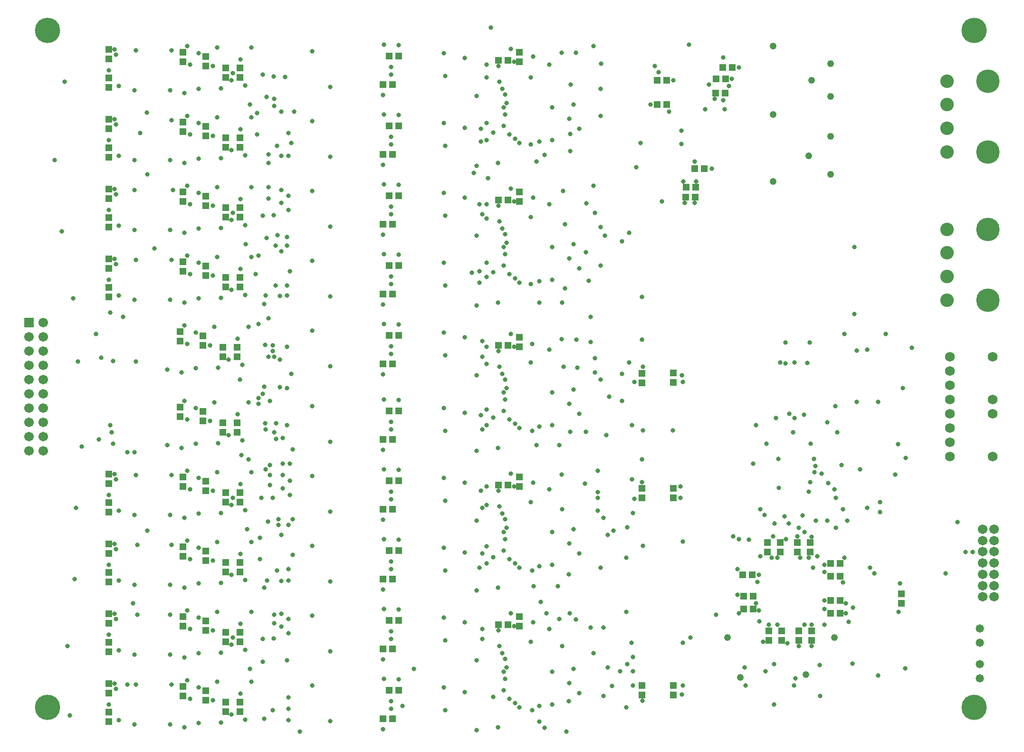
<source format=gbs>
%FSLAX23Y23*%
%MOIN*%
G70*
G01*
G75*
G04 Layer_Color=16711935*
G04 Layer_Color=16711935*
%ADD10C,0.008*%
%ADD11R,0.061X0.016*%
%ADD12R,0.014X0.059*%
%ADD13R,0.091X0.059*%
%ADD14R,0.087X0.079*%
%ADD15R,0.039X0.043*%
%ADD16R,0.043X0.039*%
%ADD17R,0.024X0.087*%
%ADD18R,0.085X0.016*%
%ADD19R,0.016X0.061*%
%ADD20R,0.016X0.085*%
%ADD21R,0.016X0.085*%
%ADD22R,0.073X0.024*%
%ADD23R,0.061X0.012*%
%ADD24R,0.012X0.061*%
%ADD25R,0.024X0.081*%
%ADD26R,0.079X0.087*%
%ADD27R,0.057X0.012*%
%ADD28R,0.081X0.024*%
%ADD29R,0.124X0.136*%
%ADD30R,0.031X0.142*%
%ADD31R,0.012X0.063*%
%ADD32R,0.063X0.012*%
%ADD33R,0.079X0.047*%
%ADD34R,0.087X0.024*%
%ADD35R,0.087X0.024*%
%ADD36O,0.041X0.015*%
%ADD37R,0.041X0.015*%
%ADD38O,0.048X0.017*%
%ADD39R,0.048X0.017*%
%ADD40R,0.015X0.060*%
%ADD41R,0.101X0.062*%
%ADD42R,0.256X0.036*%
%ADD43R,0.078X0.062*%
%ADD44R,0.063X0.071*%
%ADD45C,0.012*%
%ADD46C,0.016*%
%ADD47C,0.010*%
%ADD48C,0.025*%
%ADD49C,0.050*%
%ADD50C,0.059*%
%ADD51C,0.050*%
%ADD52C,0.170*%
%ADD53C,0.087*%
%ADD54C,0.157*%
%ADD55R,0.059X0.059*%
%ADD56C,0.060*%
%ADD57C,0.020*%
%ADD58C,0.025*%
%ADD59C,0.040*%
%ADD60C,0.010*%
%ADD61C,0.008*%
%ADD62C,0.004*%
%ADD63C,0.007*%
%ADD64C,0.004*%
%ADD65R,0.069X0.024*%
%ADD66R,0.022X0.067*%
%ADD67R,0.099X0.067*%
%ADD68R,0.095X0.087*%
%ADD69R,0.047X0.051*%
%ADD70R,0.051X0.047*%
%ADD71R,0.032X0.095*%
%ADD72R,0.093X0.024*%
%ADD73R,0.024X0.069*%
%ADD74R,0.024X0.093*%
%ADD75R,0.024X0.093*%
%ADD76R,0.081X0.032*%
%ADD77R,0.069X0.020*%
%ADD78R,0.020X0.069*%
%ADD79R,0.032X0.089*%
%ADD80R,0.087X0.095*%
%ADD81R,0.065X0.020*%
%ADD82R,0.089X0.032*%
%ADD83R,0.132X0.144*%
%ADD84R,0.039X0.150*%
%ADD85R,0.020X0.071*%
%ADD86R,0.071X0.020*%
%ADD87R,0.087X0.055*%
%ADD88R,0.095X0.032*%
%ADD89R,0.095X0.032*%
%ADD90O,0.049X0.023*%
%ADD91R,0.049X0.023*%
%ADD92O,0.056X0.025*%
%ADD93R,0.056X0.025*%
%ADD94R,0.023X0.068*%
%ADD95R,0.071X0.079*%
%ADD96C,0.067*%
%ADD97C,0.058*%
%ADD98C,0.178*%
%ADD99C,0.095*%
%ADD100C,0.165*%
%ADD101R,0.067X0.067*%
%ADD102C,0.068*%
%ADD103C,0.033*%
%ADD104C,0.048*%
D69*
X6420Y4722D02*
D03*
X6640D02*
D03*
Y4789D02*
D03*
Y3403D02*
D03*
Y3337D02*
D03*
X6420Y3403D02*
D03*
X6640Y5532D02*
D03*
Y5599D02*
D03*
X6420Y5527D02*
D03*
X5560Y6868D02*
D03*
Y6801D02*
D03*
Y5848D02*
D03*
Y5781D02*
D03*
Y4868D02*
D03*
Y4801D02*
D03*
Y3888D02*
D03*
Y3821D02*
D03*
Y7848D02*
D03*
Y7781D02*
D03*
X3480Y5248D02*
D03*
Y5181D02*
D03*
X3180Y5292D02*
D03*
Y5359D02*
D03*
X3340Y5328D02*
D03*
Y5261D02*
D03*
X3580Y5248D02*
D03*
Y5181D02*
D03*
X3480Y5778D02*
D03*
Y5711D02*
D03*
X3180Y5822D02*
D03*
Y5889D02*
D03*
X3340Y5858D02*
D03*
Y5791D02*
D03*
X3580Y5778D02*
D03*
Y5711D02*
D03*
X3500Y3288D02*
D03*
Y3221D02*
D03*
X3200Y3332D02*
D03*
Y3399D02*
D03*
X3360Y3368D02*
D03*
Y3301D02*
D03*
X3600Y3288D02*
D03*
Y3221D02*
D03*
X3500Y4268D02*
D03*
Y4201D02*
D03*
X3200Y4312D02*
D03*
Y4379D02*
D03*
X3360Y4348D02*
D03*
Y4281D02*
D03*
X3600Y4268D02*
D03*
Y4201D02*
D03*
X3500Y3778D02*
D03*
Y3711D02*
D03*
X3200Y3822D02*
D03*
Y3889D02*
D03*
X3360Y3858D02*
D03*
Y3791D02*
D03*
X3600Y3778D02*
D03*
Y3711D02*
D03*
X3500Y4758D02*
D03*
Y4691D02*
D03*
X3200Y4802D02*
D03*
Y4869D02*
D03*
X3360Y4838D02*
D03*
Y4771D02*
D03*
X3600Y4758D02*
D03*
Y4691D02*
D03*
X2680Y3152D02*
D03*
Y3219D02*
D03*
Y3352D02*
D03*
Y3419D02*
D03*
Y4132D02*
D03*
Y4199D02*
D03*
Y4332D02*
D03*
Y4399D02*
D03*
Y3642D02*
D03*
Y3709D02*
D03*
Y3842D02*
D03*
Y3909D02*
D03*
Y4622D02*
D03*
Y4689D02*
D03*
Y4822D02*
D03*
Y4889D02*
D03*
X3500Y6268D02*
D03*
Y6201D02*
D03*
X3200Y6312D02*
D03*
Y6379D02*
D03*
X3360Y6348D02*
D03*
Y6281D02*
D03*
X3600Y6268D02*
D03*
Y6201D02*
D03*
X2680Y6132D02*
D03*
Y6199D02*
D03*
Y6332D02*
D03*
Y6399D02*
D03*
X3500Y6758D02*
D03*
Y6691D02*
D03*
X3200Y6802D02*
D03*
Y6869D02*
D03*
X3360Y6838D02*
D03*
Y6771D02*
D03*
X3600Y6758D02*
D03*
Y6691D02*
D03*
X2680Y6622D02*
D03*
Y6689D02*
D03*
Y6822D02*
D03*
Y6889D02*
D03*
Y7869D02*
D03*
Y7802D02*
D03*
Y7669D02*
D03*
Y7602D02*
D03*
X3360Y7751D02*
D03*
Y7818D02*
D03*
X3200Y7849D02*
D03*
Y7782D02*
D03*
X3500Y7671D02*
D03*
Y7738D02*
D03*
X3600Y7671D02*
D03*
Y7738D02*
D03*
X2680Y7112D02*
D03*
Y7179D02*
D03*
Y7312D02*
D03*
Y7379D02*
D03*
X3500Y7248D02*
D03*
Y7181D02*
D03*
X3200Y7292D02*
D03*
Y7359D02*
D03*
X3360Y7328D02*
D03*
Y7261D02*
D03*
X3600Y7248D02*
D03*
Y7181D02*
D03*
X7310Y3788D02*
D03*
Y3721D02*
D03*
X7610Y3788D02*
D03*
Y3721D02*
D03*
X7600Y4342D02*
D03*
Y4409D02*
D03*
X7300Y4342D02*
D03*
Y4409D02*
D03*
X7520Y3788D02*
D03*
Y3721D02*
D03*
X7390Y4342D02*
D03*
Y4409D02*
D03*
X7510Y4342D02*
D03*
Y4409D02*
D03*
X7400Y3788D02*
D03*
Y3721D02*
D03*
X8240Y4048D02*
D03*
Y3981D02*
D03*
X6420Y5593D02*
D03*
Y4789D02*
D03*
Y3337D02*
D03*
D70*
X6855Y7030D02*
D03*
X6788D02*
D03*
X6795Y6900D02*
D03*
X6728D02*
D03*
X6793Y6830D02*
D03*
X6727D02*
D03*
X7005Y7660D02*
D03*
X6938D02*
D03*
X6937Y7560D02*
D03*
X7003D02*
D03*
X6987Y7740D02*
D03*
X6593Y7650D02*
D03*
X6527D02*
D03*
X6527Y7480D02*
D03*
X6593D02*
D03*
X7053Y7740D02*
D03*
X5412Y6810D02*
D03*
X5479D02*
D03*
X5412Y5790D02*
D03*
X5479D02*
D03*
X5412Y4810D02*
D03*
X5479D02*
D03*
X5412Y3830D02*
D03*
X5479D02*
D03*
X5412Y7790D02*
D03*
X5479D02*
D03*
X4669Y5130D02*
D03*
X4602D02*
D03*
X4713Y5330D02*
D03*
X4647D02*
D03*
X4669Y5660D02*
D03*
X4602D02*
D03*
X4713Y5860D02*
D03*
X4647D02*
D03*
X4669Y3170D02*
D03*
X4602D02*
D03*
X4713Y3370D02*
D03*
X4647D02*
D03*
X4669Y3660D02*
D03*
X4602D02*
D03*
X4713Y3860D02*
D03*
X4647D02*
D03*
X4669Y4640D02*
D03*
X4602D02*
D03*
X4713Y4840D02*
D03*
X4647D02*
D03*
X4669Y4150D02*
D03*
X4602D02*
D03*
X4713Y4350D02*
D03*
X4647D02*
D03*
X4669Y6150D02*
D03*
X4602D02*
D03*
X4713Y6350D02*
D03*
X4647D02*
D03*
X4669Y6640D02*
D03*
X4602D02*
D03*
X4713Y6840D02*
D03*
X4647D02*
D03*
X4669Y7130D02*
D03*
X4602D02*
D03*
X4713Y7330D02*
D03*
X4647D02*
D03*
Y7820D02*
D03*
X4713D02*
D03*
X4602Y7620D02*
D03*
X4669D02*
D03*
X7193Y4180D02*
D03*
X7127D02*
D03*
X7198Y3940D02*
D03*
X7131D02*
D03*
X7742Y3910D02*
D03*
X7809D02*
D03*
X7742Y4260D02*
D03*
X7809D02*
D03*
X7742Y4170D02*
D03*
X7809D02*
D03*
X7198Y4030D02*
D03*
X7131D02*
D03*
X7742Y4000D02*
D03*
X7809D02*
D03*
D96*
X8889Y4028D02*
D03*
X8810D02*
D03*
X8889Y4106D02*
D03*
X8810D02*
D03*
X8889Y4185D02*
D03*
X8810D02*
D03*
X8889Y4264D02*
D03*
X8810D02*
D03*
X8889Y4343D02*
D03*
X8810D02*
D03*
X8889Y4421D02*
D03*
X8810D02*
D03*
X8889Y4500D02*
D03*
X8810D02*
D03*
X2220Y5950D02*
D03*
X2120Y5850D02*
D03*
X2220D02*
D03*
X2120Y5750D02*
D03*
X2220D02*
D03*
X2120Y5650D02*
D03*
X2220D02*
D03*
X2120Y5550D02*
D03*
X2220D02*
D03*
X2120Y5450D02*
D03*
X2220D02*
D03*
X2120Y5350D02*
D03*
X2220D02*
D03*
X2120Y5250D02*
D03*
X2220D02*
D03*
X2120Y5150D02*
D03*
X2220D02*
D03*
X2120Y5050D02*
D03*
X2220D02*
D03*
D97*
X8790Y3455D02*
D03*
Y3555D02*
D03*
Y3805D02*
D03*
Y3705D02*
D03*
D98*
X2250Y8000D02*
D03*
Y3250D02*
D03*
X8750D02*
D03*
Y8000D02*
D03*
D99*
X8560Y7480D02*
D03*
Y7645D02*
D03*
Y7315D02*
D03*
Y7149D02*
D03*
Y6440D02*
D03*
Y6605D02*
D03*
Y6275D02*
D03*
Y6109D02*
D03*
D100*
X8847Y7645D02*
D03*
Y7149D02*
D03*
Y6605D02*
D03*
Y6109D02*
D03*
D101*
X2120Y5950D02*
D03*
D102*
X8580Y5210D02*
D03*
Y5310D02*
D03*
Y5110D02*
D03*
Y5010D02*
D03*
X8880Y5310D02*
D03*
Y5010D02*
D03*
Y5410D02*
D03*
Y5710D02*
D03*
X8580Y5410D02*
D03*
Y5510D02*
D03*
Y5710D02*
D03*
Y5610D02*
D03*
D103*
X5340Y6963D02*
D03*
X6990Y7810D02*
D03*
X6510Y7750D02*
D03*
X6560Y6800D02*
D03*
X6910Y7030D02*
D03*
X6788Y7082D02*
D03*
X6710Y6940D02*
D03*
X6800D02*
D03*
X6790Y6790D02*
D03*
X6720D02*
D03*
X6640Y7650D02*
D03*
X6537Y7707D02*
D03*
X6480Y7480D02*
D03*
X6610Y7430D02*
D03*
X6697Y7203D02*
D03*
Y7297D02*
D03*
X6750Y7900D02*
D03*
X6861Y7449D02*
D03*
X6930Y7520D02*
D03*
X6999Y7449D02*
D03*
X6990Y7510D02*
D03*
X7030Y7610D02*
D03*
X6890Y7620D02*
D03*
X7050Y7660D02*
D03*
X7100Y7740D02*
D03*
X5330Y4260D02*
D03*
Y4380D02*
D03*
Y4670D02*
D03*
Y4800D02*
D03*
Y5230D02*
D03*
Y5340D02*
D03*
Y5660D02*
D03*
Y5780D02*
D03*
Y6270D02*
D03*
Y6370D02*
D03*
Y6680D02*
D03*
Y6780D02*
D03*
Y7230D02*
D03*
Y7350D02*
D03*
Y7670D02*
D03*
Y7760D02*
D03*
X6380Y7040D02*
D03*
X8550Y4190D02*
D03*
X8740Y4340D02*
D03*
X8690D02*
D03*
X8632Y4552D02*
D03*
X6425Y4385D02*
D03*
X6310Y4300D02*
D03*
X6150Y3330D02*
D03*
X6130Y4230D02*
D03*
X6170Y5160D02*
D03*
X5967Y5633D02*
D03*
X6420Y6130D02*
D03*
X6060Y5814D02*
D03*
Y5990D02*
D03*
X5912Y3910D02*
D03*
X5955Y3869D02*
D03*
X5650Y3230D02*
D03*
X5737Y3107D02*
D03*
X5700Y3150D02*
D03*
X5905Y3295D02*
D03*
X5790Y3500D02*
D03*
X5750Y3910D02*
D03*
X5840Y3870D02*
D03*
X5657Y3847D02*
D03*
X5648Y4212D02*
D03*
X5790Y4480D02*
D03*
X5905Y4185D02*
D03*
X5660Y4100D02*
D03*
X5830D02*
D03*
X6110Y4910D02*
D03*
Y4760D02*
D03*
X6020Y4820D02*
D03*
X5855Y4885D02*
D03*
X5657Y4827D02*
D03*
X5680Y5090D02*
D03*
X5840D02*
D03*
X6025Y5185D02*
D03*
X5915D02*
D03*
X5648Y5192D02*
D03*
X5790Y5460D02*
D03*
X5960Y5830D02*
D03*
X5855Y5835D02*
D03*
X5650Y5800D02*
D03*
X5790Y6480D02*
D03*
X5860Y6090D02*
D03*
X5640Y6220D02*
D03*
X5700Y6090D02*
D03*
X5880Y6190D02*
D03*
X6045Y6245D02*
D03*
X6027Y6443D02*
D03*
X5657Y6827D02*
D03*
X5865Y6875D02*
D03*
X6080Y6910D02*
D03*
X6030Y6787D02*
D03*
X5225Y6300D02*
D03*
X6090Y5700D02*
D03*
X6330Y6580D02*
D03*
X6090Y6720D02*
D03*
X6330Y5670D02*
D03*
X6350Y5230D02*
D03*
Y4850D02*
D03*
X6150Y3810D02*
D03*
X6310Y3920D02*
D03*
X6110Y4720D02*
D03*
X6130Y7590D02*
D03*
Y7400D02*
D03*
Y6620D02*
D03*
Y6350D02*
D03*
X6090Y5600D02*
D03*
X6190Y5430D02*
D03*
X6110Y4630D02*
D03*
X6180Y4460D02*
D03*
X6080Y3630D02*
D03*
X6180Y3530D02*
D03*
X6280Y6520D02*
D03*
X6160Y6560D02*
D03*
X6280Y5590D02*
D03*
X6130Y5550D02*
D03*
X6280Y5400D02*
D03*
X6220Y4490D02*
D03*
X6150Y4580D02*
D03*
X6315Y4515D02*
D03*
X3940Y3240D02*
D03*
Y3160D02*
D03*
X4020Y3080D02*
D03*
X5890D02*
D03*
X6210Y3400D02*
D03*
X6265Y3505D02*
D03*
X6355Y3605D02*
D03*
X6060Y3810D02*
D03*
X6315Y3555D02*
D03*
X6355Y3505D02*
D03*
X3870Y4530D02*
D03*
X3940D02*
D03*
Y4220D02*
D03*
Y4140D02*
D03*
Y3870D02*
D03*
X3940Y3770D02*
D03*
X3890Y7430D02*
D03*
Y7120D02*
D03*
Y6880D02*
D03*
X3888Y6792D02*
D03*
X3890Y6450D02*
D03*
X3878Y6138D02*
D03*
X3880Y5690D02*
D03*
X3878Y5498D02*
D03*
X3900Y5140D02*
D03*
Y4960D02*
D03*
Y4880D02*
D03*
X3898Y4788D02*
D03*
X3890Y4460D02*
D03*
X3888Y4138D02*
D03*
Y3908D02*
D03*
Y3818D02*
D03*
X3120Y3410D02*
D03*
X2870D02*
D03*
X2880Y3900D02*
D03*
X3110D02*
D03*
X6700Y3340D02*
D03*
X6705Y3405D02*
D03*
X6355D02*
D03*
X6345Y3705D02*
D03*
X6705D02*
D03*
Y4415D02*
D03*
X6355Y4615D02*
D03*
X6365Y4715D02*
D03*
X6690Y4800D02*
D03*
Y4720D02*
D03*
X6425Y5195D02*
D03*
X6635D02*
D03*
X6700Y5580D02*
D03*
X6705Y5535D02*
D03*
X6365D02*
D03*
X5521Y6801D02*
D03*
X5460Y6570D02*
D03*
X5470Y6510D02*
D03*
X5460Y6430D02*
D03*
X5450Y6350D02*
D03*
X5640Y6690D02*
D03*
X5940Y6500D02*
D03*
X5909Y6401D02*
D03*
X5790Y6250D02*
D03*
X5698Y6242D02*
D03*
X5530Y6260D02*
D03*
X5412Y6772D02*
D03*
X5500Y6890D02*
D03*
X5410Y6090D02*
D03*
X5560Y6230D02*
D03*
X5980Y6330D02*
D03*
X5770Y6780D02*
D03*
X5420Y6660D02*
D03*
X5440Y6610D02*
D03*
X5450Y6480D02*
D03*
X5490Y6290D02*
D03*
X5377Y6303D02*
D03*
X5521Y5781D02*
D03*
X5460Y5550D02*
D03*
X5470Y5490D02*
D03*
X5460Y5410D02*
D03*
X5450Y5330D02*
D03*
X5640Y5670D02*
D03*
X5940Y5480D02*
D03*
X5909Y5381D02*
D03*
X5790Y5230D02*
D03*
X5698Y5222D02*
D03*
X5530Y5240D02*
D03*
X5412Y5752D02*
D03*
X5500Y5870D02*
D03*
X5410Y5070D02*
D03*
X5560Y5210D02*
D03*
X5980Y5310D02*
D03*
X5770Y5760D02*
D03*
X5420Y5640D02*
D03*
X5440Y5590D02*
D03*
X5450Y5460D02*
D03*
X5490Y5270D02*
D03*
X5377Y5283D02*
D03*
X5521Y4801D02*
D03*
X5460Y4570D02*
D03*
X5470Y4510D02*
D03*
X5460Y4430D02*
D03*
X5450Y4350D02*
D03*
X5640Y4690D02*
D03*
X5940Y4500D02*
D03*
X5909Y4401D02*
D03*
X5790Y4250D02*
D03*
X5698Y4242D02*
D03*
X5530Y4260D02*
D03*
X5412Y4772D02*
D03*
X5500Y4890D02*
D03*
X5410Y4090D02*
D03*
X5560Y4230D02*
D03*
X5980Y4330D02*
D03*
X5770Y4780D02*
D03*
X5420Y4660D02*
D03*
X5440Y4610D02*
D03*
X5450Y4480D02*
D03*
X5490Y4290D02*
D03*
X5377Y4303D02*
D03*
X5521Y3821D02*
D03*
X5460Y3590D02*
D03*
X5470Y3530D02*
D03*
X5460Y3450D02*
D03*
X5450Y3370D02*
D03*
X5640Y3710D02*
D03*
X5940Y3520D02*
D03*
X5909Y3421D02*
D03*
X5790Y3270D02*
D03*
X5698Y3262D02*
D03*
X5530Y3280D02*
D03*
X5412Y3792D02*
D03*
X5500Y3910D02*
D03*
X5410Y3110D02*
D03*
X5560Y3250D02*
D03*
X5980Y3350D02*
D03*
X5770Y3800D02*
D03*
X5420Y3680D02*
D03*
X5440Y3630D02*
D03*
X5450Y3500D02*
D03*
X5490Y3310D02*
D03*
X5377Y3323D02*
D03*
Y7283D02*
D03*
X5490Y7270D02*
D03*
X5420Y7640D02*
D03*
X5790Y7230D02*
D03*
X5640Y7670D02*
D03*
X5770Y7760D02*
D03*
X5500Y7870D02*
D03*
X5940Y7480D02*
D03*
X5909Y7381D02*
D03*
X5980Y7310D02*
D03*
X5698Y7222D02*
D03*
X5440Y7590D02*
D03*
X5450Y7460D02*
D03*
X5560Y7210D02*
D03*
X5410Y7070D02*
D03*
X5521Y7781D02*
D03*
X5412Y7752D02*
D03*
X5460Y7550D02*
D03*
X5470Y7490D02*
D03*
X5460Y7410D02*
D03*
X5450Y7330D02*
D03*
X5530Y7240D02*
D03*
X3610Y5020D02*
D03*
X3776Y5246D02*
D03*
X3600Y5550D02*
D03*
X3776Y5796D02*
D03*
X2450Y4650D02*
D03*
X2440Y4150D02*
D03*
X2390Y3680D02*
D03*
X2405Y3195D02*
D03*
X4660Y5255D02*
D03*
X4713Y5407D02*
D03*
X4610Y5410D02*
D03*
X4660Y5200D02*
D03*
X4602Y5058D02*
D03*
X5260Y5050D02*
D03*
X5177Y5317D02*
D03*
X5040Y5190D02*
D03*
X5030Y5350D02*
D03*
X4107Y5363D02*
D03*
X4233Y5113D02*
D03*
X4660Y5785D02*
D03*
X4713Y5937D02*
D03*
X4610Y5940D02*
D03*
X4660Y5730D02*
D03*
X4602Y5588D02*
D03*
X5260Y5580D02*
D03*
X5177Y5847D02*
D03*
X5040Y5720D02*
D03*
X5030Y5880D02*
D03*
X4107Y5893D02*
D03*
X4233Y5643D02*
D03*
X3210Y5400D02*
D03*
X3290Y5100D02*
D03*
X3190Y5070D02*
D03*
X3389Y5261D02*
D03*
X3520Y5160D02*
D03*
X3583Y5307D02*
D03*
X3230Y5270D02*
D03*
X3290Y5350D02*
D03*
X3090Y5090D02*
D03*
X3615Y5125D02*
D03*
X3446Y5104D02*
D03*
X3660Y5390D02*
D03*
X3420D02*
D03*
X3210Y5930D02*
D03*
X3290Y5630D02*
D03*
X3190Y5600D02*
D03*
X3389Y5791D02*
D03*
X3520Y5690D02*
D03*
X3583Y5837D02*
D03*
X3230Y5800D02*
D03*
X3290Y5880D02*
D03*
X3090Y5620D02*
D03*
X3615Y5655D02*
D03*
X3446Y5634D02*
D03*
X3660Y5920D02*
D03*
X3420D02*
D03*
X3790Y4140D02*
D03*
X3860Y4210D02*
D03*
X3670Y3520D02*
D03*
X3760Y3570D02*
D03*
X3770Y3170D02*
D03*
X3830Y3230D02*
D03*
X3650Y4500D02*
D03*
X3796Y4554D02*
D03*
X4602Y3098D02*
D03*
X4660Y3240D02*
D03*
X4660Y3295D02*
D03*
X4713Y3447D02*
D03*
X4610Y3450D02*
D03*
X5260Y3090D02*
D03*
X5177Y3357D02*
D03*
X5040Y3230D02*
D03*
X5030Y3390D02*
D03*
X4107Y3403D02*
D03*
X4233Y3153D02*
D03*
X4602Y3588D02*
D03*
X4660Y3730D02*
D03*
X4660Y3785D02*
D03*
X4713Y3937D02*
D03*
X4610Y3940D02*
D03*
X5260Y3580D02*
D03*
X5177Y3847D02*
D03*
X5040Y3720D02*
D03*
X5030Y3880D02*
D03*
X4107Y3893D02*
D03*
X4233Y3643D02*
D03*
X4602Y4568D02*
D03*
X4660Y4710D02*
D03*
X4660Y4765D02*
D03*
X4713Y4917D02*
D03*
X4610Y4920D02*
D03*
X5260Y4560D02*
D03*
X5177Y4827D02*
D03*
X5040Y4700D02*
D03*
X5030Y4860D02*
D03*
X4107Y4873D02*
D03*
X4233Y4623D02*
D03*
X4602Y4078D02*
D03*
X4660Y4220D02*
D03*
X4660Y4275D02*
D03*
X4713Y4427D02*
D03*
X4610Y4430D02*
D03*
X5260Y4070D02*
D03*
X5177Y4337D02*
D03*
X5040Y4210D02*
D03*
X5030Y4370D02*
D03*
X4107Y4383D02*
D03*
X4233Y4133D02*
D03*
X3230Y3440D02*
D03*
X3310Y3140D02*
D03*
X3210Y3110D02*
D03*
X3409Y3301D02*
D03*
X3540Y3200D02*
D03*
X3603Y3347D02*
D03*
X3250Y3310D02*
D03*
X3310Y3390D02*
D03*
X3110Y3130D02*
D03*
X3635Y3165D02*
D03*
X3466Y3144D02*
D03*
X3680Y3430D02*
D03*
X3440D02*
D03*
X3230Y4420D02*
D03*
X3310Y4120D02*
D03*
X3210Y4090D02*
D03*
X3409Y4281D02*
D03*
X3540Y4180D02*
D03*
X3603Y4327D02*
D03*
X3250Y4290D02*
D03*
X3310Y4370D02*
D03*
X3110Y4110D02*
D03*
X3635Y4145D02*
D03*
X3466Y4124D02*
D03*
X3680Y4410D02*
D03*
X3440D02*
D03*
X3230Y3930D02*
D03*
X3409Y3791D02*
D03*
X3310Y3630D02*
D03*
X3210Y3600D02*
D03*
X3550Y3740D02*
D03*
X3540Y3690D02*
D03*
X3603Y3837D02*
D03*
X3250Y3800D02*
D03*
X3310Y3880D02*
D03*
X3110Y3620D02*
D03*
X3635Y3655D02*
D03*
X3466Y3634D02*
D03*
X3680Y3920D02*
D03*
X3440D02*
D03*
X3230Y4910D02*
D03*
X3409Y4771D02*
D03*
X3310Y4610D02*
D03*
X3210Y4580D02*
D03*
X3550Y4720D02*
D03*
X3540Y4670D02*
D03*
X3603Y4817D02*
D03*
X3250Y4780D02*
D03*
X3310Y4860D02*
D03*
X3110Y4600D02*
D03*
X3635Y4635D02*
D03*
X3466Y4614D02*
D03*
X3680Y4900D02*
D03*
X3440D02*
D03*
X2719Y3419D02*
D03*
X2730Y3380D02*
D03*
X2680Y3270D02*
D03*
X2750Y3160D02*
D03*
X2860Y3130D02*
D03*
X2719Y4399D02*
D03*
X2730Y4360D02*
D03*
X2680Y4250D02*
D03*
X2750Y4140D02*
D03*
X2860Y4110D02*
D03*
X2719Y3909D02*
D03*
X2730Y3870D02*
D03*
X2680Y3760D02*
D03*
X2750Y3650D02*
D03*
X2860Y3620D02*
D03*
X2719Y4889D02*
D03*
X2730Y4850D02*
D03*
X2680Y4740D02*
D03*
X2750Y4630D02*
D03*
X2860Y4600D02*
D03*
X2430Y6120D02*
D03*
X2350Y6590D02*
D03*
X3780Y6140D02*
D03*
X3850Y6210D02*
D03*
X3640Y6500D02*
D03*
X3786Y6546D02*
D03*
X4660Y6275D02*
D03*
X4713Y6427D02*
D03*
X4610Y6430D02*
D03*
X4660Y6220D02*
D03*
X4602Y6078D02*
D03*
X5260Y6070D02*
D03*
X5040Y6210D02*
D03*
X5030Y6370D02*
D03*
X4107Y6383D02*
D03*
X4233Y6133D02*
D03*
X4602Y6568D02*
D03*
X4660Y6710D02*
D03*
X4660Y6765D02*
D03*
X4713Y6917D02*
D03*
X4610Y6920D02*
D03*
X5260Y6560D02*
D03*
X5177Y6827D02*
D03*
X5040Y6700D02*
D03*
X5030Y6860D02*
D03*
X4107Y6873D02*
D03*
X4233Y6623D02*
D03*
X3230Y6420D02*
D03*
X3310Y6120D02*
D03*
X3210Y6090D02*
D03*
X3409Y6281D02*
D03*
X3540Y6180D02*
D03*
X3603Y6327D02*
D03*
X3250Y6290D02*
D03*
X3310Y6370D02*
D03*
X3110Y6110D02*
D03*
X3635Y6145D02*
D03*
X3466Y6124D02*
D03*
X3680Y6410D02*
D03*
X3440D02*
D03*
X2719Y6399D02*
D03*
X2730Y6360D02*
D03*
X2680Y6250D02*
D03*
X2750Y6140D02*
D03*
X2860Y6110D02*
D03*
X3230Y6910D02*
D03*
X3409Y6771D02*
D03*
X3310Y6610D02*
D03*
X3210Y6580D02*
D03*
X3550Y6720D02*
D03*
X3540Y6670D02*
D03*
X3603Y6817D02*
D03*
X3250Y6780D02*
D03*
X3310Y6860D02*
D03*
X3110Y6600D02*
D03*
X3635Y6635D02*
D03*
X3466Y6614D02*
D03*
X3680Y6900D02*
D03*
X3440D02*
D03*
X2719Y6889D02*
D03*
X2730Y6850D02*
D03*
X2680Y6740D02*
D03*
X2750Y6630D02*
D03*
X2860Y6600D02*
D03*
X2300Y7090D02*
D03*
X3800Y7130D02*
D03*
X3860Y7190D02*
D03*
X3440Y7390D02*
D03*
X3670Y7480D02*
D03*
X3786Y7536D02*
D03*
X4602Y7058D02*
D03*
X4660Y7200D02*
D03*
X4660Y7255D02*
D03*
X4713Y7407D02*
D03*
X4610Y7410D02*
D03*
X5260Y7050D02*
D03*
X5177Y7317D02*
D03*
X5040Y7190D02*
D03*
X5030Y7350D02*
D03*
X4107Y7363D02*
D03*
X4233Y7113D02*
D03*
X3635Y7615D02*
D03*
X2370Y7640D02*
D03*
X4660Y7690D02*
D03*
X4602Y7548D02*
D03*
X4660Y7745D02*
D03*
X4713Y7897D02*
D03*
X4610Y7900D02*
D03*
X4107Y7853D02*
D03*
X3440Y7880D02*
D03*
X3680D02*
D03*
X3603Y7797D02*
D03*
X3550Y7700D02*
D03*
X3540Y7650D02*
D03*
X3210Y7560D02*
D03*
X3310Y7590D02*
D03*
X3466Y7594D02*
D03*
X3310Y7840D02*
D03*
X3409Y7751D02*
D03*
X3230Y7890D02*
D03*
X3250Y7760D02*
D03*
X3120Y7860D02*
D03*
X2870D02*
D03*
X3110Y7580D02*
D03*
X2860D02*
D03*
X2750Y7610D02*
D03*
X2730Y7830D02*
D03*
X2719Y7869D02*
D03*
X2680Y7720D02*
D03*
X5040Y7680D02*
D03*
X5260Y7540D02*
D03*
X5030Y7840D02*
D03*
X4233Y7603D02*
D03*
X5177Y7807D02*
D03*
X2730Y7340D02*
D03*
X2680Y7230D02*
D03*
X2750Y7120D02*
D03*
X2860Y7090D02*
D03*
X2719Y7379D02*
D03*
X3310Y7100D02*
D03*
X3210Y7070D02*
D03*
X3466Y7104D02*
D03*
X3540Y7160D02*
D03*
X3603Y7307D02*
D03*
X3250Y7270D02*
D03*
X3310Y7350D02*
D03*
X3110Y7090D02*
D03*
X3635Y7125D02*
D03*
X3680Y7390D02*
D03*
X3409Y7261D02*
D03*
X3230Y7400D02*
D03*
X7250Y4310D02*
D03*
X7330Y4300D02*
D03*
X7370D02*
D03*
X7430Y4430D02*
D03*
X7530Y4300D02*
D03*
X7590D02*
D03*
X7608Y4448D02*
D03*
X7510Y4450D02*
D03*
X7610Y3830D02*
D03*
X7608Y3682D02*
D03*
X7560Y3830D02*
D03*
X7520Y3680D02*
D03*
X7700Y3830D02*
D03*
X7850Y3910D02*
D03*
X7700Y3940D02*
D03*
Y4000D02*
D03*
X7850Y3980D02*
D03*
X7829Y4129D02*
D03*
X7700Y4200D02*
D03*
Y4250D02*
D03*
X7840Y4300D02*
D03*
X7090Y4220D02*
D03*
X7240Y4180D02*
D03*
X7230Y4130D02*
D03*
X7090Y4040D02*
D03*
X7220Y3980D02*
D03*
X7240Y3930D02*
D03*
X7100Y3910D02*
D03*
X7310Y3830D02*
D03*
X7270Y3710D02*
D03*
X7440Y3700D02*
D03*
X7370Y3830D02*
D03*
X7340Y4450D02*
D03*
X8230Y4120D02*
D03*
X8220Y3920D02*
D03*
X7870Y3850D02*
D03*
X7667Y3547D02*
D03*
X7898Y3952D02*
D03*
X7897Y3557D02*
D03*
X8075Y3475D02*
D03*
X8265Y3525D02*
D03*
X7830Y4640D02*
D03*
X7380Y4790D02*
D03*
X7375Y4995D02*
D03*
X7634Y4944D02*
D03*
X7820Y4950D02*
D03*
X7625Y4995D02*
D03*
X7680Y4890D02*
D03*
X7727Y4823D02*
D03*
X7630Y4900D02*
D03*
X7770Y4780D02*
D03*
X7600Y4830D02*
D03*
X7720Y4560D02*
D03*
X7640D02*
D03*
X7780Y4510D02*
D03*
X7520D02*
D03*
X7168Y4428D02*
D03*
X7860Y4560D02*
D03*
X7100Y4430D02*
D03*
X7060Y4450D02*
D03*
X7620Y4230D02*
D03*
X7243Y3853D02*
D03*
X7200Y4960D02*
D03*
X6940Y3900D02*
D03*
X7485Y3405D02*
D03*
X7145D02*
D03*
X7495Y3455D02*
D03*
X7345Y3555D02*
D03*
X7285Y3505D02*
D03*
X7140Y3530D02*
D03*
X8075Y5395D02*
D03*
X8000Y5760D02*
D03*
X7925Y5755D02*
D03*
Y5395D02*
D03*
X8313Y5773D02*
D03*
X8130Y5870D02*
D03*
X7840D02*
D03*
X8250Y5490D02*
D03*
X8217Y5097D02*
D03*
X7777Y5363D02*
D03*
X8270Y5000D02*
D03*
X8197Y4883D02*
D03*
X8090Y4690D02*
D03*
X7560Y4480D02*
D03*
X7650Y4310D02*
D03*
X8090Y4620D02*
D03*
X7554Y5304D02*
D03*
X7490Y5280D02*
D03*
X7601Y5101D02*
D03*
X7790Y5180D02*
D03*
X7719Y5251D02*
D03*
X7451Y5311D02*
D03*
X7360Y5280D02*
D03*
X7480Y5180D02*
D03*
X7291Y5101D02*
D03*
X7220Y5230D02*
D03*
X7250Y4640D02*
D03*
X7350Y4540D02*
D03*
X7450D02*
D03*
X7547Y4597D02*
D03*
X7420Y4590D02*
D03*
X7278Y4600D02*
D03*
X7579Y5669D02*
D03*
X7490Y5670D02*
D03*
X7426Y5666D02*
D03*
X7390Y5670D02*
D03*
X3950Y4740D02*
D03*
X3950Y4840D02*
D03*
Y4960D02*
D03*
X3840Y5180D02*
D03*
X3930Y5490D02*
D03*
Y6140D02*
D03*
X3930Y6210D02*
D03*
Y6490D02*
D03*
X3850D02*
D03*
X3940Y6740D02*
D03*
X3940Y6840D02*
D03*
Y7120D02*
D03*
X3960Y7210D02*
D03*
X3980Y7430D02*
D03*
X3840Y7470D02*
D03*
Y3840D02*
D03*
Y3900D02*
D03*
X3770Y4090D02*
D03*
X3740Y4290D02*
D03*
Y4440D02*
D03*
X3870Y4570D02*
D03*
X3810Y4810D02*
D03*
Y4880D02*
D03*
Y4950D02*
D03*
X3853Y5243D02*
D03*
X3770Y5500D02*
D03*
X3830Y5790D02*
D03*
X3770Y6080D02*
D03*
X3710Y6290D02*
D03*
X3730Y6420D02*
D03*
X3863Y6563D02*
D03*
X3800Y6820D02*
D03*
Y6900D02*
D03*
Y7070D02*
D03*
X3720Y7270D02*
D03*
Y7420D02*
D03*
X3840Y7520D02*
D03*
X3837Y7677D02*
D03*
X3760Y7690D02*
D03*
X3914Y7676D02*
D03*
X3940Y7280D02*
D03*
X3930Y6550D02*
D03*
X3760Y6700D02*
D03*
X3837Y6703D02*
D03*
X3950Y6310D02*
D03*
X3930Y5780D02*
D03*
X3730Y5940D02*
D03*
X3800Y5980D02*
D03*
X3960Y5590D02*
D03*
X3930Y5230D02*
D03*
X3730Y5380D02*
D03*
X3810Y5400D02*
D03*
X3969Y5061D02*
D03*
X3970Y4570D02*
D03*
X3750Y4720D02*
D03*
X3830D02*
D03*
X3970Y4320D02*
D03*
X3930Y3580D02*
D03*
X3837Y3733D02*
D03*
X3760Y3730D02*
D03*
X3940Y3320D02*
D03*
X3853Y5133D02*
D03*
X3780Y4920D02*
D03*
X2900Y7280D02*
D03*
X2950Y6990D02*
D03*
X2780Y5990D02*
D03*
X3000Y6470D02*
D03*
X2690Y6020D02*
D03*
X2590Y5870D02*
D03*
X2869Y5679D02*
D03*
X2710Y5680D02*
D03*
X2626Y5704D02*
D03*
X2461Y5679D02*
D03*
X2860Y6880D02*
D03*
X3130D02*
D03*
X3120Y7370D02*
D03*
X2945Y7425D02*
D03*
X3120Y6390D02*
D03*
X2870D02*
D03*
X3120Y4880D02*
D03*
X2870D02*
D03*
X3120Y4390D02*
D03*
X2880D02*
D03*
X2810Y3410D02*
D03*
Y5040D02*
D03*
X2860D02*
D03*
X2850Y3980D02*
D03*
X2950Y4490D02*
D03*
X2710Y5100D02*
D03*
X3830Y5750D02*
D03*
X3760Y5450D02*
D03*
X3730Y5420D02*
D03*
X3660Y4990D02*
D03*
X3780Y5200D02*
D03*
X2700Y5180D02*
D03*
X2690Y5230D02*
D03*
X2610Y5130D02*
D03*
X5710Y3990D02*
D03*
X5290Y7310D02*
D03*
Y7220D02*
D03*
X5280Y6780D02*
D03*
X5300Y6710D02*
D03*
X5280Y6310D02*
D03*
Y6230D02*
D03*
X5300Y5820D02*
D03*
Y5710D02*
D03*
X5290Y5300D02*
D03*
X5300Y5200D02*
D03*
X5290Y4770D02*
D03*
X5300Y4650D02*
D03*
Y4330D02*
D03*
X5280Y4230D02*
D03*
X5300Y3800D02*
D03*
Y3730D02*
D03*
X4820Y3520D02*
D03*
X4740Y3260D02*
D03*
X6410Y7210D02*
D03*
X5240Y7000D02*
D03*
X7910Y6010D02*
D03*
Y6480D02*
D03*
X7424Y5810D02*
D03*
X7594D02*
D03*
X7670Y3330D02*
D03*
X7345Y3271D02*
D03*
X6760Y3740D02*
D03*
X5860Y3680D02*
D03*
Y4640D02*
D03*
X5870Y5640D02*
D03*
X5880Y6640D02*
D03*
X5920Y7620D02*
D03*
X2490Y5080D02*
D03*
X3800Y5710D02*
D03*
X3840D02*
D03*
X7950Y4920D02*
D03*
X8050Y4190D02*
D03*
X8020Y4230D02*
D03*
X8000Y4650D02*
D03*
X7780Y4720D02*
D03*
X7589Y4765D02*
D03*
X6310Y3250D02*
D03*
X6423Y3297D02*
D03*
X6425Y5640D02*
D03*
X6420Y5830D02*
D03*
Y4830D02*
D03*
Y4990D02*
D03*
X5640Y7200D02*
D03*
X5915Y7275D02*
D03*
Y7155D02*
D03*
X5680Y7080D02*
D03*
X5737Y7127D02*
D03*
X5360Y8020D02*
D03*
X5855Y7845D02*
D03*
X5790Y7460D02*
D03*
X6080Y7890D02*
D03*
X6133Y7767D02*
D03*
X5657Y7817D02*
D03*
X5955Y7845D02*
D03*
D104*
X7610Y7650D02*
D03*
X7741Y7769D02*
D03*
Y7539D02*
D03*
X7340Y7890D02*
D03*
Y7410D02*
D03*
Y6940D02*
D03*
X7590Y7120D02*
D03*
X7741Y6991D02*
D03*
Y7259D02*
D03*
X7020Y3740D02*
D03*
X7110Y3460D02*
D03*
X7570Y3480D02*
D03*
X7770Y3740D02*
D03*
M02*

</source>
